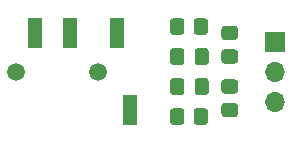
<source format=gbr>
%TF.GenerationSoftware,KiCad,Pcbnew,(5.1.9)-1*%
%TF.CreationDate,2022-01-05T12:10:33+01:00*%
%TF.ProjectId,WLED_AudioJackAdapter,574c4544-5f41-4756-9469-6f4a61636b41,rev?*%
%TF.SameCoordinates,Original*%
%TF.FileFunction,Soldermask,Top*%
%TF.FilePolarity,Negative*%
%FSLAX46Y46*%
G04 Gerber Fmt 4.6, Leading zero omitted, Abs format (unit mm)*
G04 Created by KiCad (PCBNEW (5.1.9)-1) date 2022-01-05 12:10:33*
%MOMM*%
%LPD*%
G01*
G04 APERTURE LIST*
%ADD10C,1.500000*%
%ADD11R,1.200000X2.500000*%
%ADD12O,1.700000X1.700000*%
%ADD13R,1.700000X1.700000*%
G04 APERTURE END LIST*
D10*
%TO.C,J1*%
X134940000Y-81915000D03*
X127940000Y-81915000D03*
D11*
X129540000Y-78665000D03*
X132540000Y-78665000D03*
X136540000Y-78665000D03*
X137640000Y-85165000D03*
%TD*%
%TO.C,R4*%
G36*
G01*
X146500001Y-83785000D02*
X145599999Y-83785000D01*
G75*
G02*
X145350000Y-83535001I0J249999D01*
G01*
X145350000Y-82834999D01*
G75*
G02*
X145599999Y-82585000I249999J0D01*
G01*
X146500001Y-82585000D01*
G75*
G02*
X146750000Y-82834999I0J-249999D01*
G01*
X146750000Y-83535001D01*
G75*
G02*
X146500001Y-83785000I-249999J0D01*
G01*
G37*
G36*
G01*
X146500001Y-85785000D02*
X145599999Y-85785000D01*
G75*
G02*
X145350000Y-85535001I0J249999D01*
G01*
X145350000Y-84834999D01*
G75*
G02*
X145599999Y-84585000I249999J0D01*
G01*
X146500001Y-84585000D01*
G75*
G02*
X146750000Y-84834999I0J-249999D01*
G01*
X146750000Y-85535001D01*
G75*
G02*
X146500001Y-85785000I-249999J0D01*
G01*
G37*
%TD*%
%TO.C,R3*%
G36*
G01*
X146500001Y-79245000D02*
X145599999Y-79245000D01*
G75*
G02*
X145350000Y-78995001I0J249999D01*
G01*
X145350000Y-78294999D01*
G75*
G02*
X145599999Y-78045000I249999J0D01*
G01*
X146500001Y-78045000D01*
G75*
G02*
X146750000Y-78294999I0J-249999D01*
G01*
X146750000Y-78995001D01*
G75*
G02*
X146500001Y-79245000I-249999J0D01*
G01*
G37*
G36*
G01*
X146500001Y-81245000D02*
X145599999Y-81245000D01*
G75*
G02*
X145350000Y-80995001I0J249999D01*
G01*
X145350000Y-80294999D01*
G75*
G02*
X145599999Y-80045000I249999J0D01*
G01*
X146500001Y-80045000D01*
G75*
G02*
X146750000Y-80294999I0J-249999D01*
G01*
X146750000Y-80995001D01*
G75*
G02*
X146500001Y-81245000I-249999J0D01*
G01*
G37*
%TD*%
%TO.C,R2*%
G36*
G01*
X142205000Y-85274999D02*
X142205000Y-86175001D01*
G75*
G02*
X141955001Y-86425000I-249999J0D01*
G01*
X141254999Y-86425000D01*
G75*
G02*
X141005000Y-86175001I0J249999D01*
G01*
X141005000Y-85274999D01*
G75*
G02*
X141254999Y-85025000I249999J0D01*
G01*
X141955001Y-85025000D01*
G75*
G02*
X142205000Y-85274999I0J-249999D01*
G01*
G37*
G36*
G01*
X144205000Y-85274999D02*
X144205000Y-86175001D01*
G75*
G02*
X143955001Y-86425000I-249999J0D01*
G01*
X143254999Y-86425000D01*
G75*
G02*
X143005000Y-86175001I0J249999D01*
G01*
X143005000Y-85274999D01*
G75*
G02*
X143254999Y-85025000I249999J0D01*
G01*
X143955001Y-85025000D01*
G75*
G02*
X144205000Y-85274999I0J-249999D01*
G01*
G37*
%TD*%
%TO.C,R1*%
G36*
G01*
X142205000Y-77654999D02*
X142205000Y-78555001D01*
G75*
G02*
X141955001Y-78805000I-249999J0D01*
G01*
X141254999Y-78805000D01*
G75*
G02*
X141005000Y-78555001I0J249999D01*
G01*
X141005000Y-77654999D01*
G75*
G02*
X141254999Y-77405000I249999J0D01*
G01*
X141955001Y-77405000D01*
G75*
G02*
X142205000Y-77654999I0J-249999D01*
G01*
G37*
G36*
G01*
X144205000Y-77654999D02*
X144205000Y-78555001D01*
G75*
G02*
X143955001Y-78805000I-249999J0D01*
G01*
X143254999Y-78805000D01*
G75*
G02*
X143005000Y-78555001I0J249999D01*
G01*
X143005000Y-77654999D01*
G75*
G02*
X143254999Y-77405000I249999J0D01*
G01*
X143955001Y-77405000D01*
G75*
G02*
X144205000Y-77654999I0J-249999D01*
G01*
G37*
%TD*%
D12*
%TO.C,J2*%
X149860000Y-84455000D03*
X149860000Y-81915000D03*
D13*
X149860000Y-79375000D03*
%TD*%
%TO.C,C2*%
G36*
G01*
X142192500Y-82710000D02*
X142192500Y-83660000D01*
G75*
G02*
X141942500Y-83910000I-250000J0D01*
G01*
X141267500Y-83910000D01*
G75*
G02*
X141017500Y-83660000I0J250000D01*
G01*
X141017500Y-82710000D01*
G75*
G02*
X141267500Y-82460000I250000J0D01*
G01*
X141942500Y-82460000D01*
G75*
G02*
X142192500Y-82710000I0J-250000D01*
G01*
G37*
G36*
G01*
X144267500Y-82710000D02*
X144267500Y-83660000D01*
G75*
G02*
X144017500Y-83910000I-250000J0D01*
G01*
X143342500Y-83910000D01*
G75*
G02*
X143092500Y-83660000I0J250000D01*
G01*
X143092500Y-82710000D01*
G75*
G02*
X143342500Y-82460000I250000J0D01*
G01*
X144017500Y-82460000D01*
G75*
G02*
X144267500Y-82710000I0J-250000D01*
G01*
G37*
%TD*%
%TO.C,C1*%
G36*
G01*
X142192500Y-80170000D02*
X142192500Y-81120000D01*
G75*
G02*
X141942500Y-81370000I-250000J0D01*
G01*
X141267500Y-81370000D01*
G75*
G02*
X141017500Y-81120000I0J250000D01*
G01*
X141017500Y-80170000D01*
G75*
G02*
X141267500Y-79920000I250000J0D01*
G01*
X141942500Y-79920000D01*
G75*
G02*
X142192500Y-80170000I0J-250000D01*
G01*
G37*
G36*
G01*
X144267500Y-80170000D02*
X144267500Y-81120000D01*
G75*
G02*
X144017500Y-81370000I-250000J0D01*
G01*
X143342500Y-81370000D01*
G75*
G02*
X143092500Y-81120000I0J250000D01*
G01*
X143092500Y-80170000D01*
G75*
G02*
X143342500Y-79920000I250000J0D01*
G01*
X144017500Y-79920000D01*
G75*
G02*
X144267500Y-80170000I0J-250000D01*
G01*
G37*
%TD*%
M02*

</source>
